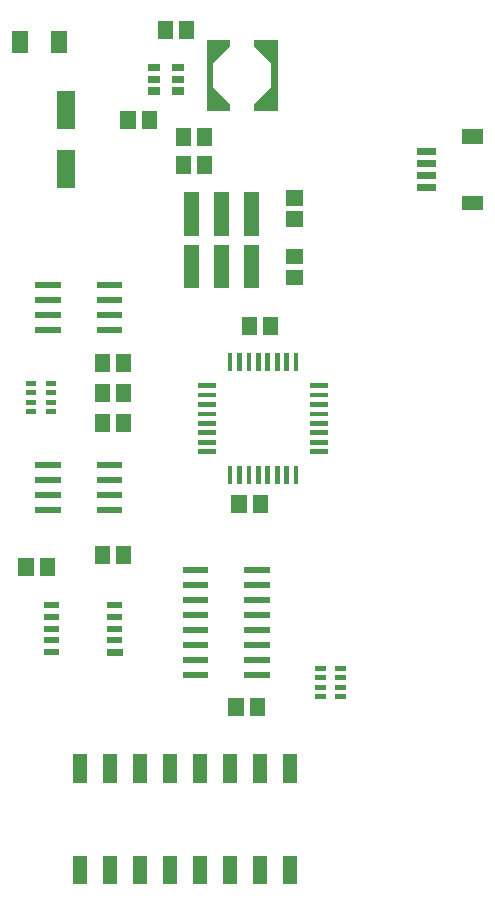
<source format=gbr>
G04 start of page 10 for group -4015 idx -4015 *
G04 Title: (unknown), toppaste *
G04 Creator: pcb 4.0.2 *
G04 CreationDate: Mon Jan 25 18:11:42 2021 UTC *
G04 For: ndholmes *
G04 Format: Gerber/RS-274X *
G04 PCB-Dimensions (mil): 3000.00 3200.00 *
G04 PCB-Coordinate-Origin: lower left *
%MOIN*%
%FSLAX25Y25*%
%LNTOPPASTE*%
%ADD44C,0.0001*%
G54D44*G36*
X95516Y312452D02*X90398D01*
Y306548D01*
X95516D01*
Y312452D01*
G37*
G36*
X102602D02*X97484D01*
Y306548D01*
X102602D01*
Y312452D01*
G37*
G36*
X62950Y289142D02*X56650D01*
Y276543D01*
X62950D01*
Y289142D01*
G37*
G36*
Y269457D02*X56650D01*
Y256858D01*
X62950D01*
Y269457D01*
G37*
G36*
X123516Y213952D02*X118398D01*
Y208048D01*
X123516D01*
Y213952D01*
G37*
G36*
X130602D02*X125484D01*
Y208048D01*
X130602D01*
Y213952D01*
G37*
G36*
X108602Y276952D02*X103484D01*
Y271048D01*
X108602D01*
Y276952D01*
G37*
G36*
X101516D02*X96398D01*
Y271048D01*
X101516D01*
Y276952D01*
G37*
G36*
X83016Y282452D02*X77898D01*
Y276548D01*
X83016D01*
Y282452D01*
G37*
G36*
X90102D02*X84984D01*
Y276548D01*
X90102D01*
Y282452D01*
G37*
G36*
X119200Y95700D02*Y93700D01*
X127700D01*
Y95700D01*
X119200D01*
G37*
G36*
Y100700D02*Y98700D01*
X127700D01*
Y100700D01*
X119200D01*
G37*
G36*
Y105700D02*Y103700D01*
X127700D01*
Y105700D01*
X119200D01*
G37*
G36*
Y110700D02*Y108700D01*
X127700D01*
Y110700D01*
X119200D01*
G37*
G36*
Y115700D02*Y113700D01*
X127700D01*
Y115700D01*
X119200D01*
G37*
G36*
Y120700D02*Y118700D01*
X127700D01*
Y120700D01*
X119200D01*
G37*
G36*
Y125700D02*Y123700D01*
X127700D01*
Y125700D01*
X119200D01*
G37*
G36*
Y130700D02*Y128700D01*
X127700D01*
Y130700D01*
X119200D01*
G37*
G36*
X98700D02*Y128700D01*
X107200D01*
Y130700D01*
X98700D01*
G37*
G36*
Y125700D02*Y123700D01*
X107200D01*
Y125700D01*
X98700D01*
G37*
G36*
Y120700D02*Y118700D01*
X107200D01*
Y120700D01*
X98700D01*
G37*
G36*
Y115700D02*Y113700D01*
X107200D01*
Y115700D01*
X98700D01*
G37*
G36*
Y110700D02*Y108700D01*
X107200D01*
Y110700D01*
X98700D01*
G37*
G36*
Y105700D02*Y103700D01*
X107200D01*
Y105700D01*
X98700D01*
G37*
G36*
Y100700D02*Y98700D01*
X107200D01*
Y100700D01*
X98700D01*
G37*
G36*
Y95700D02*Y93700D01*
X107200D01*
Y95700D01*
X98700D01*
G37*
G36*
X47250Y309250D02*X41750D01*
Y301750D01*
X47250D01*
Y309250D01*
G37*
G36*
X60250D02*X54750D01*
Y301750D01*
X60250D01*
Y309250D01*
G37*
G36*
X126102Y86952D02*X120984D01*
Y81048D01*
X126102D01*
Y86952D01*
G37*
G36*
X119016D02*X113898D01*
Y81048D01*
X119016D01*
Y86952D01*
G37*
G36*
X120016Y154452D02*X114898D01*
Y148548D01*
X120016D01*
Y154452D01*
G37*
G36*
X127102D02*X121984D01*
Y148548D01*
X127102D01*
Y154452D01*
G37*
G36*
X133048Y249059D02*Y243941D01*
X138952D01*
Y249059D01*
X133048D01*
G37*
G36*
Y256145D02*Y251027D01*
X138952D01*
Y256145D01*
X133048D01*
G37*
G36*
Y236602D02*Y231484D01*
X138952D01*
Y236602D01*
X133048D01*
G37*
G36*
Y229516D02*Y224398D01*
X138952D01*
Y229516D01*
X133048D01*
G37*
G36*
X70000Y150500D02*Y148500D01*
X78500D01*
Y150500D01*
X70000D01*
G37*
G36*
Y155500D02*Y153500D01*
X78500D01*
Y155500D01*
X70000D01*
G37*
G36*
Y160500D02*Y158500D01*
X78500D01*
Y160500D01*
X70000D01*
G37*
G36*
Y165500D02*Y163500D01*
X78500D01*
Y165500D01*
X70000D01*
G37*
G36*
X49500D02*Y163500D01*
X58000D01*
Y165500D01*
X49500D01*
G37*
G36*
Y160500D02*Y158500D01*
X58000D01*
Y160500D01*
X49500D01*
G37*
G36*
Y155500D02*Y153500D01*
X58000D01*
Y155500D01*
X49500D01*
G37*
G36*
Y150500D02*Y148500D01*
X58000D01*
Y150500D01*
X49500D01*
G37*
G36*
X70000Y210500D02*Y208500D01*
X78500D01*
Y210500D01*
X70000D01*
G37*
G36*
Y215500D02*Y213500D01*
X78500D01*
Y215500D01*
X70000D01*
G37*
G36*
Y220500D02*Y218500D01*
X78500D01*
Y220500D01*
X70000D01*
G37*
G36*
Y225500D02*Y223500D01*
X78500D01*
Y225500D01*
X70000D01*
G37*
G36*
X49500D02*Y223500D01*
X58000D01*
Y225500D01*
X49500D01*
G37*
G36*
Y220500D02*Y218500D01*
X58000D01*
Y220500D01*
X49500D01*
G37*
G36*
Y215500D02*Y213500D01*
X58000D01*
Y215500D01*
X49500D01*
G37*
G36*
Y210500D02*Y208500D01*
X58000D01*
Y210500D01*
X49500D01*
G37*
G36*
X108602Y267452D02*X103484D01*
Y261548D01*
X108602D01*
Y267452D01*
G37*
G36*
X101516D02*X96398D01*
Y261548D01*
X101516D01*
Y267452D01*
G37*
G36*
X87000Y298200D02*Y295800D01*
X91000D01*
Y298200D01*
X87000D01*
G37*
G36*
Y294300D02*Y291900D01*
X91000D01*
Y294300D01*
X87000D01*
G37*
G36*
Y290400D02*Y288000D01*
X91000D01*
Y290400D01*
X87000D01*
G37*
G36*
X95200D02*Y288000D01*
X99200D01*
Y290400D01*
X95200D01*
G37*
G36*
Y294300D02*Y291900D01*
X99200D01*
Y294300D01*
X95200D01*
G37*
G36*
Y298200D02*Y295800D01*
X99200D01*
Y298200D01*
X95200D01*
G37*
G36*
X142880Y97560D02*Y95888D01*
X146424D01*
Y97560D01*
X142880D01*
G37*
G36*
Y94412D02*Y92738D01*
X146424D01*
Y94412D01*
X142880D01*
G37*
G36*
Y91262D02*Y89588D01*
X146424D01*
Y91262D01*
X142880D01*
G37*
G36*
Y88112D02*Y86440D01*
X146424D01*
Y88112D01*
X142880D01*
G37*
G36*
X149576D02*Y86440D01*
X153120D01*
Y88112D01*
X149576D01*
G37*
G36*
Y91262D02*Y89588D01*
X153120D01*
Y91262D01*
X149576D01*
G37*
G36*
Y94412D02*Y92738D01*
X153120D01*
Y94412D01*
X149576D01*
G37*
G36*
Y97560D02*Y95888D01*
X153120D01*
Y97560D01*
X149576D01*
G37*
G36*
X108950Y306350D02*X106650D01*
Y282650D01*
X108950D01*
Y306350D01*
G37*
G36*
X106650Y284950D02*Y282650D01*
X114550D01*
Y284950D01*
X106650D01*
G37*
G36*
Y306350D02*Y304050D01*
X114550D01*
Y306350D01*
X106650D01*
G37*
G36*
X130350D02*X128050D01*
Y282650D01*
X130350D01*
Y306350D01*
G37*
G36*
X122450Y284950D02*Y282650D01*
X130350D01*
Y284950D01*
X122450D01*
G37*
G36*
Y306350D02*Y304050D01*
X130350D01*
Y306350D01*
X122450D01*
G37*
G36*
X108950Y290544D02*X106829Y288423D01*
X112423Y282829D01*
X114544Y284950D01*
X108950Y290544D01*
G37*
G36*
X114544Y304050D02*X112423Y306171D01*
X106829Y300577D01*
X108950Y298456D01*
X114544Y304050D01*
G37*
G36*
X130171Y288423D02*X128050Y290544D01*
X122456Y284950D01*
X124577Y282829D01*
X130171Y288423D01*
G37*
G36*
X124577Y306171D02*X122456Y304050D01*
X128050Y298456D01*
X130171Y300577D01*
X124577Y306171D01*
G37*
G36*
X107150Y286750D02*Y283150D01*
X110750D01*
Y286750D01*
X107150D01*
G37*
G36*
Y305850D02*Y302250D01*
X110750D01*
Y305850D01*
X107150D01*
G37*
G36*
X126250Y286750D02*Y283150D01*
X129850D01*
Y286750D01*
X126250D01*
G37*
G36*
Y305850D02*Y302250D01*
X129850D01*
Y305850D01*
X126250D01*
G37*
G36*
X74516Y201452D02*X69398D01*
Y195548D01*
X74516D01*
Y201452D01*
G37*
G36*
X81602D02*X76484D01*
Y195548D01*
X81602D01*
Y201452D01*
G37*
G36*
X74473Y137452D02*X69355D01*
Y131548D01*
X74473D01*
Y137452D01*
G37*
G36*
X81559D02*X76441D01*
Y131548D01*
X81559D01*
Y137452D01*
G37*
G36*
X46380Y192560D02*Y190888D01*
X49924D01*
Y192560D01*
X46380D01*
G37*
G36*
Y189412D02*Y187738D01*
X49924D01*
Y189412D01*
X46380D01*
G37*
G36*
Y186262D02*Y184588D01*
X49924D01*
Y186262D01*
X46380D01*
G37*
G36*
Y183112D02*Y181440D01*
X49924D01*
Y183112D01*
X46380D01*
G37*
G36*
X53076D02*Y181440D01*
X56620D01*
Y183112D01*
X53076D01*
G37*
G36*
Y186262D02*Y184588D01*
X56620D01*
Y186262D01*
X53076D01*
G37*
G36*
Y189412D02*Y187738D01*
X56620D01*
Y189412D01*
X53076D01*
G37*
G36*
Y192560D02*Y190888D01*
X56620D01*
Y192560D01*
X53076D01*
G37*
G36*
X73350Y103276D02*Y100976D01*
X78650D01*
Y103276D01*
X73350D01*
G37*
G36*
X73500Y107063D02*Y105063D01*
X78500D01*
Y107063D01*
X73500D01*
G37*
G36*
Y111000D02*Y109000D01*
X78500D01*
Y111000D01*
X73500D01*
G37*
G36*
Y114937D02*Y112937D01*
X78500D01*
Y114937D01*
X73500D01*
G37*
G36*
Y118874D02*Y116874D01*
X78500D01*
Y118874D01*
X73500D01*
G37*
G36*
X52500D02*Y116874D01*
X57500D01*
Y118874D01*
X52500D01*
G37*
G36*
Y114937D02*Y112937D01*
X57500D01*
Y114937D01*
X52500D01*
G37*
G36*
Y111000D02*Y109000D01*
X57500D01*
Y111000D01*
X52500D01*
G37*
G36*
Y107063D02*Y105063D01*
X57500D01*
Y107063D01*
X52500D01*
G37*
G36*
Y103126D02*Y101126D01*
X57500D01*
Y103126D01*
X52500D01*
G37*
G36*
X56102Y133452D02*X50984D01*
Y127548D01*
X56102D01*
Y133452D01*
G37*
G36*
X49016D02*X43898D01*
Y127548D01*
X49016D01*
Y133452D01*
G37*
G36*
X137310Y201779D02*X135736D01*
Y195779D01*
X137310D01*
Y201779D01*
G37*
G36*
X134161D02*X132587D01*
Y195779D01*
X134161D01*
Y201779D01*
G37*
G36*
X131011D02*X129437D01*
Y195779D01*
X131011D01*
Y201779D01*
G37*
G36*
X127862D02*X126288D01*
Y195779D01*
X127862D01*
Y201779D01*
G37*
G36*
X124712D02*X123138D01*
Y195779D01*
X124712D01*
Y201779D01*
G37*
G36*
X121562D02*X119988D01*
Y195779D01*
X121562D01*
Y201779D01*
G37*
G36*
X118413D02*X116839D01*
Y195779D01*
X118413D01*
Y201779D01*
G37*
G36*
X115263D02*X113689D01*
Y195779D01*
X115263D01*
Y201779D01*
G37*
G36*
X103721Y191810D02*Y190236D01*
X109721D01*
Y191810D01*
X103721D01*
G37*
G36*
Y188661D02*Y187087D01*
X109721D01*
Y188661D01*
X103721D01*
G37*
G36*
Y185511D02*Y183937D01*
X109721D01*
Y185511D01*
X103721D01*
G37*
G36*
Y182362D02*Y180788D01*
X109721D01*
Y182362D01*
X103721D01*
G37*
G36*
Y179212D02*Y177638D01*
X109721D01*
Y179212D01*
X103721D01*
G37*
G36*
Y176062D02*Y174488D01*
X109721D01*
Y176062D01*
X103721D01*
G37*
G36*
Y172913D02*Y171339D01*
X109721D01*
Y172913D01*
X103721D01*
G37*
G36*
Y169763D02*Y168189D01*
X109721D01*
Y169763D01*
X103721D01*
G37*
G36*
X115264Y164221D02*X113690D01*
Y158221D01*
X115264D01*
Y164221D01*
G37*
G36*
X118413D02*X116839D01*
Y158221D01*
X118413D01*
Y164221D01*
G37*
G36*
X121563D02*X119989D01*
Y158221D01*
X121563D01*
Y164221D01*
G37*
G36*
X124712D02*X123138D01*
Y158221D01*
X124712D01*
Y164221D01*
G37*
G36*
X127862D02*X126288D01*
Y158221D01*
X127862D01*
Y164221D01*
G37*
G36*
X131012D02*X129438D01*
Y158221D01*
X131012D01*
Y164221D01*
G37*
G36*
X134161D02*X132587D01*
Y158221D01*
X134161D01*
Y164221D01*
G37*
G36*
X137311D02*X135737D01*
Y158221D01*
X137311D01*
Y164221D01*
G37*
G36*
X141279Y169764D02*Y168190D01*
X147279D01*
Y169764D01*
X141279D01*
G37*
G36*
Y172913D02*Y171339D01*
X147279D01*
Y172913D01*
X141279D01*
G37*
G36*
Y176063D02*Y174489D01*
X147279D01*
Y176063D01*
X141279D01*
G37*
G36*
Y179212D02*Y177638D01*
X147279D01*
Y179212D01*
X141279D01*
G37*
G36*
Y182362D02*Y180788D01*
X147279D01*
Y182362D01*
X141279D01*
G37*
G36*
Y185512D02*Y183938D01*
X147279D01*
Y185512D01*
X141279D01*
G37*
G36*
Y188661D02*Y187087D01*
X147279D01*
Y188661D01*
X141279D01*
G37*
G36*
Y191811D02*Y190237D01*
X147279D01*
Y191811D01*
X141279D01*
G37*
G36*
X74516Y181452D02*X69398D01*
Y175548D01*
X74516D01*
Y181452D01*
G37*
G36*
X81602D02*X76484D01*
Y175548D01*
X81602D01*
Y181452D01*
G37*
G36*
X74516Y191452D02*X69398D01*
Y185548D01*
X74516D01*
Y191452D01*
G37*
G36*
X81602D02*X76484D01*
Y185548D01*
X81602D01*
Y191452D01*
G37*
G36*
X104000Y238004D02*X99000D01*
Y223516D01*
X104000D01*
Y238004D01*
G37*
G36*
X114000D02*X109000D01*
Y223516D01*
X114000D01*
Y238004D01*
G37*
G36*
X124000D02*X119000D01*
Y223516D01*
X124000D01*
Y238004D01*
G37*
G36*
Y255484D02*X119000D01*
Y240996D01*
X124000D01*
Y255484D01*
G37*
G36*
X114000D02*X109000D01*
Y240996D01*
X114000D01*
Y255484D01*
G37*
G36*
X104000D02*X99000D01*
Y240996D01*
X104000D01*
Y255484D01*
G37*
G36*
X176949Y258275D02*Y255913D01*
X183051D01*
Y258275D01*
X176949D01*
G37*
G36*
Y262212D02*Y259850D01*
X183051D01*
Y262212D01*
X176949D01*
G37*
G36*
Y266150D02*Y263788D01*
X183051D01*
Y266150D01*
X176949D01*
G37*
G36*
Y270087D02*Y267725D01*
X183051D01*
Y270087D01*
X176949D01*
G37*
G36*
X191713Y254338D02*Y249614D01*
X198799D01*
Y254338D01*
X191713D01*
G37*
G36*
Y276386D02*Y271662D01*
X198799D01*
Y276386D01*
X191713D01*
G37*
G36*
X66700Y34350D02*X62300D01*
Y24750D01*
X66700D01*
Y34350D01*
G37*
G36*
X76700D02*X72300D01*
Y24750D01*
X76700D01*
Y34350D01*
G37*
G36*
X86700D02*X82300D01*
Y24750D01*
X86700D01*
Y34350D01*
G37*
G36*
X96700D02*X92300D01*
Y24750D01*
X96700D01*
Y34350D01*
G37*
G36*
X106700D02*X102300D01*
Y24750D01*
X106700D01*
Y34350D01*
G37*
G36*
X116700D02*X112300D01*
Y24750D01*
X116700D01*
Y34350D01*
G37*
G36*
X126700D02*X122300D01*
Y24750D01*
X126700D01*
Y34350D01*
G37*
G36*
X136700D02*X132300D01*
Y24750D01*
X136700D01*
Y34350D01*
G37*
G36*
X66700Y68250D02*X62300D01*
Y58650D01*
X66700D01*
Y68250D01*
G37*
G36*
X76700D02*X72300D01*
Y58650D01*
X76700D01*
Y68250D01*
G37*
G36*
X86700D02*X82300D01*
Y58650D01*
X86700D01*
Y68250D01*
G37*
G36*
X96700D02*X92300D01*
Y58650D01*
X96700D01*
Y68250D01*
G37*
G36*
X106700D02*X102300D01*
Y58650D01*
X106700D01*
Y68250D01*
G37*
G36*
X116700D02*X112300D01*
Y58650D01*
X116700D01*
Y68250D01*
G37*
G36*
X126700D02*X122300D01*
Y58650D01*
X126700D01*
Y68250D01*
G37*
G36*
X136700D02*X132300D01*
Y58650D01*
X136700D01*
Y68250D01*
G37*
M02*

</source>
